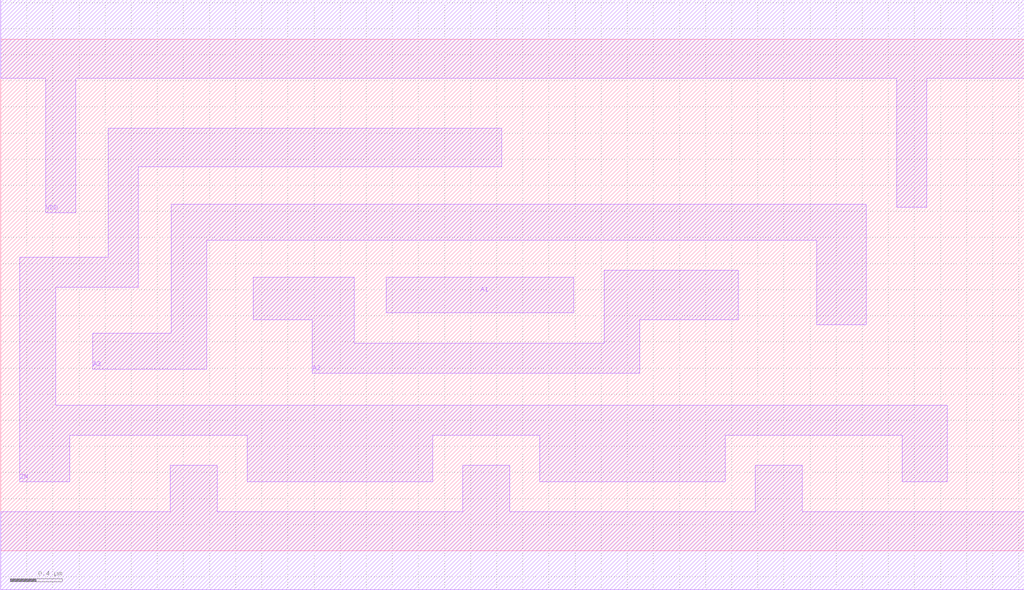
<source format=lef>
# Copyright 2022 GlobalFoundries PDK Authors
#
# Licensed under the Apache License, Version 2.0 (the "License");
# you may not use this file except in compliance with the License.
# You may obtain a copy of the License at
#
#      http://www.apache.org/licenses/LICENSE-2.0
#
# Unless required by applicable law or agreed to in writing, software
# distributed under the License is distributed on an "AS IS" BASIS,
# WITHOUT WARRANTIES OR CONDITIONS OF ANY KIND, either express or implied.
# See the License for the specific language governing permissions and
# limitations under the License.

MACRO gf180mcu_fd_sc_mcu7t5v0__nor3_2
  CLASS core ;
  FOREIGN gf180mcu_fd_sc_mcu7t5v0__nor3_2 0.0 0.0 ;
  ORIGIN 0 0 ;
  SYMMETRY X Y ;
  SITE GF018hv5v_mcu_sc7 ;
  SIZE 7.84 BY 3.92 ;
  PIN A1
    DIRECTION INPUT ;
    ANTENNAGATEAREA 1.778 ;
    PORT
      LAYER METAL1 ;
        POLYGON 2.955 1.825 4.39 1.825 4.39 2.095 2.955 2.095  ;
    END
  END A1
  PIN A2
    DIRECTION INPUT ;
    ANTENNAGATEAREA 1.778 ;
    PORT
      LAYER METAL1 ;
        POLYGON 1.935 1.77 2.385 1.77 2.385 1.36 4.895 1.36 4.895 1.77 5.65 1.77 5.65 2.15 4.625 2.15 4.625 1.59 2.71 1.59 2.71 2.095 1.935 2.095  ;
    END
  END A2
  PIN A3
    DIRECTION INPUT ;
    ANTENNAGATEAREA 1.778 ;
    PORT
      LAYER METAL1 ;
        POLYGON 0.705 1.39 1.58 1.39 1.58 2.38 6.25 2.38 6.25 1.73 6.63 1.73 6.63 2.655 1.305 2.655 1.305 1.665 0.705 1.665  ;
    END
  END A3
  PIN ZN
    DIRECTION OUTPUT ;
    ANTENNADIFFAREA 1.6492 ;
    PORT
      LAYER METAL1 ;
        POLYGON 0.145 0.53 0.53 0.53 0.53 0.885 1.89 0.885 1.89 0.53 3.31 0.53 3.31 0.885 4.13 0.885 4.13 0.53 5.55 0.53 5.55 0.885 6.905 0.885 6.905 0.53 7.25 0.53 7.25 1.115 0.42 1.115 0.42 2.02 1.055 2.02 1.055 2.94 3.84 2.94 3.84 3.235 0.825 3.235 0.825 2.25 0.145 2.25  ;
    END
  END ZN
  PIN VDD
    DIRECTION INOUT ;
    USE power ;
    SHAPE ABUTMENT ;
    PORT
      LAYER METAL1 ;
        POLYGON 0 3.62 0.345 3.62 0.345 2.59 0.575 2.59 0.575 3.62 6.865 3.62 6.865 2.63 7.095 2.63 7.095 3.62 7.84 3.62 7.84 4.22 0 4.22  ;
    END
  END VDD
  PIN VSS
    DIRECTION INOUT ;
    USE ground ;
    SHAPE ABUTMENT ;
    PORT
      LAYER METAL1 ;
        POLYGON 0 -0.3 7.84 -0.3 7.84 0.3 6.14 0.3 6.14 0.655 5.78 0.655 5.78 0.3 3.9 0.3 3.9 0.655 3.54 0.655 3.54 0.3 1.66 0.3 1.66 0.655 1.3 0.655 1.3 0.3 0 0.3  ;
    END
  END VSS
END gf180mcu_fd_sc_mcu7t5v0__nor3_2

</source>
